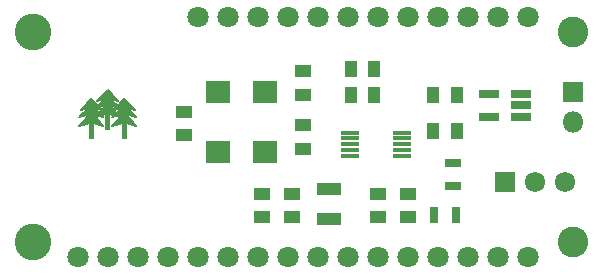
<source format=gts>
G04 #@! TF.GenerationSoftware,KiCad,Pcbnew,(5.0.0-rc2-dev-444-g2974a2c10)*
G04 #@! TF.CreationDate,2019-07-21T13:12:54-07:00*
G04 #@! TF.ProjectId,Waveform_Generator,57617665666F726D5F47656E65726174,v01*
G04 #@! TF.SameCoordinates,Original*
G04 #@! TF.FileFunction,Soldermask,Top*
G04 #@! TF.FilePolarity,Negative*
%FSLAX46Y46*%
G04 Gerber Fmt 4.6, Leading zero omitted, Abs format (unit mm)*
G04 Created by KiCad (PCBNEW (5.0.0-rc2-dev-444-g2974a2c10)) date 07/21/19 13:12:54*
%MOMM*%
%LPD*%
G01*
G04 APERTURE LIST*
%ADD10C,0.150000*%
%ADD11R,1.101600X1.001600*%
%ADD12O,1.801600X1.801600*%
%ADD13R,1.801600X1.801600*%
%ADD14C,1.721600*%
%ADD15R,1.721600X1.721600*%
%ADD16R,1.501600X0.401600*%
%ADD17R,2.101600X1.901600*%
%ADD18C,1.801600*%
%ADD19C,2.601600*%
%ADD20C,3.101600*%
%ADD21R,1.351600X1.101600*%
%ADD22R,1.101600X1.351600*%
%ADD23R,1.401600X0.801600*%
%ADD24R,0.801600X1.401600*%
%ADD25R,1.661600X0.751600*%
G04 APERTURE END LIST*
D10*
G36*
X104143000Y-102743000D02*
X103254000Y-103632000D01*
X104016000Y-103378000D01*
X103127000Y-104267000D01*
X104016000Y-104013000D01*
X103127000Y-105029000D01*
X104016000Y-104775000D01*
X104016000Y-106045000D01*
X104270000Y-106045000D01*
X104270000Y-104775000D01*
X105159000Y-105029000D01*
X104270000Y-104013000D01*
X105159000Y-104267000D01*
X104270000Y-103378000D01*
X105032000Y-103632000D01*
X104143000Y-102743000D01*
G37*
X104143000Y-102743000D02*
X103254000Y-103632000D01*
X104016000Y-103378000D01*
X103127000Y-104267000D01*
X104016000Y-104013000D01*
X103127000Y-105029000D01*
X104016000Y-104775000D01*
X104016000Y-106045000D01*
X104270000Y-106045000D01*
X104270000Y-104775000D01*
X105159000Y-105029000D01*
X104270000Y-104013000D01*
X105159000Y-104267000D01*
X104270000Y-103378000D01*
X105032000Y-103632000D01*
X104143000Y-102743000D01*
G36*
X105540000Y-103505000D02*
X104651000Y-104394000D01*
X105413000Y-104140000D01*
X104524000Y-105029000D01*
X105413000Y-104775000D01*
X104524000Y-105791000D01*
X105413000Y-105537000D01*
X105413000Y-106807000D01*
X105667000Y-106807000D01*
X105667000Y-105537000D01*
X106556000Y-105791000D01*
X105667000Y-104775000D01*
X106556000Y-105029000D01*
X105667000Y-104140000D01*
X106429000Y-104394000D01*
X105540000Y-103505000D01*
G37*
X105540000Y-103505000D02*
X104651000Y-104394000D01*
X105413000Y-104140000D01*
X104524000Y-105029000D01*
X105413000Y-104775000D01*
X104524000Y-105791000D01*
X105413000Y-105537000D01*
X105413000Y-106807000D01*
X105667000Y-106807000D01*
X105667000Y-105537000D01*
X106556000Y-105791000D01*
X105667000Y-104775000D01*
X106556000Y-105029000D01*
X105667000Y-104140000D01*
X106429000Y-104394000D01*
X105540000Y-103505000D01*
G36*
X102746000Y-103505000D02*
X101857000Y-104394000D01*
X102619000Y-104140000D01*
X101730000Y-105029000D01*
X102619000Y-104775000D01*
X101730000Y-105791000D01*
X102619000Y-105537000D01*
X102619000Y-106807000D01*
X102873000Y-106807000D01*
X102873000Y-105537000D01*
X103762000Y-105791000D01*
X102873000Y-104775000D01*
X103762000Y-105029000D01*
X102873000Y-104140000D01*
X103635000Y-104394000D01*
X102746000Y-103505000D01*
G37*
X102746000Y-103505000D02*
X101857000Y-104394000D01*
X102619000Y-104140000D01*
X101730000Y-105029000D01*
X102619000Y-104775000D01*
X101730000Y-105791000D01*
X102619000Y-105537000D01*
X102619000Y-106807000D01*
X102873000Y-106807000D01*
X102873000Y-105537000D01*
X103762000Y-105791000D01*
X102873000Y-104775000D01*
X103762000Y-105029000D01*
X102873000Y-104140000D01*
X103635000Y-104394000D01*
X102746000Y-103505000D01*
D11*
X123375000Y-111125000D03*
X122375000Y-111125000D03*
X123375000Y-113600000D03*
X122375000Y-113600000D03*
D12*
X143510000Y-105410000D03*
D13*
X143510000Y-102870000D03*
D14*
X142875000Y-110490000D03*
X140335000Y-110490000D03*
D15*
X137795000Y-110490000D03*
D16*
X129073000Y-106315000D03*
X129073000Y-106815000D03*
X129073000Y-107315000D03*
X129073000Y-107815000D03*
X129073000Y-108315000D03*
X124673000Y-108315000D03*
X124673000Y-107815000D03*
X124673000Y-107315000D03*
X124673000Y-106815000D03*
X124673000Y-106315000D03*
D17*
X117443000Y-102870000D03*
X117443000Y-107950000D03*
X113443000Y-107950000D03*
X113443000Y-102870000D03*
D18*
X101600000Y-116840000D03*
X104140000Y-116840000D03*
X106680000Y-116840000D03*
X109220000Y-116840000D03*
X111760000Y-116840000D03*
X114300000Y-116840000D03*
X116840000Y-116840000D03*
X119380000Y-116840000D03*
X121920000Y-116840000D03*
X124460000Y-116840000D03*
X127000000Y-116840000D03*
X129540000Y-116840000D03*
X132080000Y-116840000D03*
X134620000Y-116840000D03*
X137160000Y-116840000D03*
X139700000Y-116840000D03*
X111760000Y-96520000D03*
X114300000Y-96520000D03*
X116840000Y-96520000D03*
X119380000Y-96520000D03*
X121920000Y-96520000D03*
X124460000Y-96520000D03*
X127000000Y-96520000D03*
X129540000Y-96520000D03*
X132080000Y-96520000D03*
X134620000Y-96520000D03*
X137160000Y-96520000D03*
X139700000Y-96520000D03*
D19*
X143510000Y-97790000D03*
X143510000Y-115570000D03*
D20*
X97790000Y-115570000D03*
X97790000Y-97790000D03*
D21*
X120650000Y-103108000D03*
X120650000Y-101108000D03*
D22*
X124730000Y-100965000D03*
X126730000Y-100965000D03*
X126730000Y-103124000D03*
X124730000Y-103124000D03*
X133715000Y-106172000D03*
X131715000Y-106172000D03*
D21*
X110617000Y-106537000D03*
X110617000Y-104537000D03*
X119761000Y-111499000D03*
X119761000Y-113499000D03*
X129540000Y-113499000D03*
X129540000Y-111499000D03*
D22*
X131715000Y-103124000D03*
X133715000Y-103124000D03*
D21*
X120650000Y-107680000D03*
X120650000Y-105680000D03*
D23*
X133350000Y-108905000D03*
X133350000Y-110805000D03*
D24*
X133665000Y-113334000D03*
X131765000Y-113334000D03*
D21*
X127000000Y-113499000D03*
X127000000Y-111499000D03*
X117221000Y-113499000D03*
X117221000Y-111499000D03*
D25*
X136445000Y-104963000D03*
X136445000Y-103063000D03*
X139145000Y-103063000D03*
X139145000Y-104013000D03*
X139145000Y-104963000D03*
M02*

</source>
